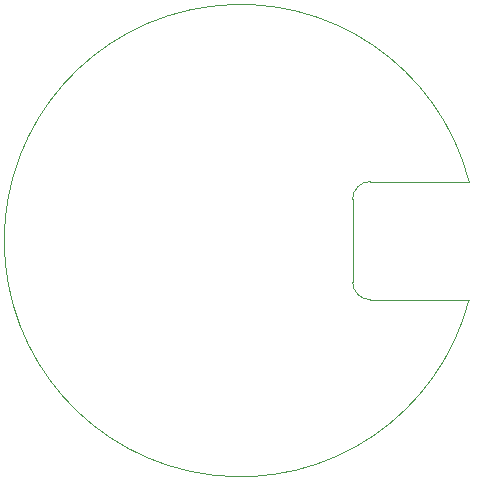
<source format=gm1>
G04 #@! TF.GenerationSoftware,KiCad,Pcbnew,(5.1.5)-3*
G04 #@! TF.CreationDate,2020-01-28T19:09:49-03:30*
G04 #@! TF.ProjectId,RPM Sensor,52504d20-5365-46e7-936f-722e6b696361,rev?*
G04 #@! TF.SameCoordinates,Original*
G04 #@! TF.FileFunction,Profile,NP*
%FSLAX46Y46*%
G04 Gerber Fmt 4.6, Leading zero omitted, Abs format (unit mm)*
G04 Created by KiCad (PCBNEW (5.1.5)-3) date 2020-01-28 19:09:49*
%MOMM*%
%LPD*%
G04 APERTURE LIST*
%ADD10C,0.050000*%
G04 APERTURE END LIST*
D10*
X119360000Y-105000000D02*
G75*
G02X119360000Y-95000000I-19360000J5000000D01*
G01*
X111000000Y-105000000D02*
G75*
G02X109500000Y-103500000I0J1500000D01*
G01*
X109500000Y-96500000D02*
G75*
G02X111000000Y-95000000I1500000J0D01*
G01*
X111000000Y-105000000D02*
X119360000Y-105000000D01*
X109500000Y-96500000D02*
X109500000Y-103500000D01*
X119360000Y-95000000D02*
X111000000Y-95000000D01*
M02*

</source>
